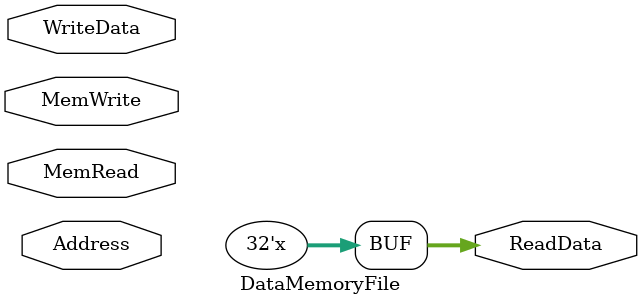
<source format=v>
`timescale 1ns / 1ps
module DataMemoryFile(Address, WriteData, MemRead, MemWrite, ReadData);
input [6:0] Address; // 7-bit address to memory.
input [31:0] WriteData; // Data to be written into WriteRegister
input MemRead; // Data in memory location Address is read if this control is set
input MemWrite; // WriteData is written in Address during positive clock edge if this control is set
output reg [31:0] ReadData; // Value read from memory location Address
reg [31:0] DataMemoryFile[6:0];

always @(*) begin
	if (MemRead)
		ReadData = DataMemoryFile[Address];
	if (MemWrite)
		DataMemoryFile[Address] = WriteData;
end

endmodule

</source>
